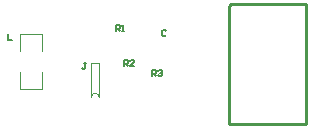
<source format=gto>
%FSLAX23Y23*%
%MOIN*%
G70*
G01*
G75*
%ADD10R,0.024X0.020*%
%ADD11R,0.118X0.039*%
%ADD12R,0.118X0.059*%
%ADD13R,0.060X0.050*%
%ADD14R,0.020X0.024*%
%ADD15O,0.039X0.017*%
%ADD16C,0.010*%
%ADD17C,0.236*%
%ADD18C,0.039*%
%ADD19C,0.004*%
%ADD20C,0.003*%
%ADD21C,0.005*%
D16*
X1395Y250D02*
Y650D01*
X1145D02*
X1395D01*
X1140Y645D02*
X1145Y650D01*
X1140Y250D02*
Y645D01*
Y250D02*
X1395D01*
D19*
X706Y341D02*
G03*
X681Y341I-13J0D01*
G01*
X706D02*
Y454D01*
X680D02*
X706D01*
X680Y341D02*
Y454D01*
D20*
X443Y367D02*
Y425D01*
Y495D02*
Y553D01*
X517D01*
Y367D02*
Y425D01*
X443Y367D02*
X517D01*
Y495D02*
Y553D01*
D21*
X928Y562D02*
X925Y565D01*
X918D01*
X915Y562D01*
Y548D01*
X918Y545D01*
X925D01*
X928Y548D01*
X663Y455D02*
X657D01*
X660D01*
Y438D01*
X657Y435D01*
X653D01*
X650Y438D01*
X403Y550D02*
Y530D01*
X416D01*
X763Y561D02*
Y581D01*
X773D01*
X776Y578D01*
Y571D01*
X773Y568D01*
X763D01*
X770D02*
X776Y561D01*
X783D02*
X790D01*
X786D01*
Y581D01*
X783Y578D01*
X790Y445D02*
Y465D01*
X800D01*
X803Y462D01*
Y455D01*
X800Y452D01*
X790D01*
X797D02*
X803Y445D01*
X823D02*
X810D01*
X823Y458D01*
Y462D01*
X820Y465D01*
X813D01*
X810Y462D01*
X883Y411D02*
Y431D01*
X893D01*
X896Y428D01*
Y421D01*
X893Y418D01*
X883D01*
X890D02*
X896Y411D01*
X903Y428D02*
X906Y431D01*
X913D01*
X916Y428D01*
Y424D01*
X913Y421D01*
X910D01*
X913D01*
X916Y418D01*
Y414D01*
X913Y411D01*
X906D01*
X903Y414D01*
M02*

</source>
